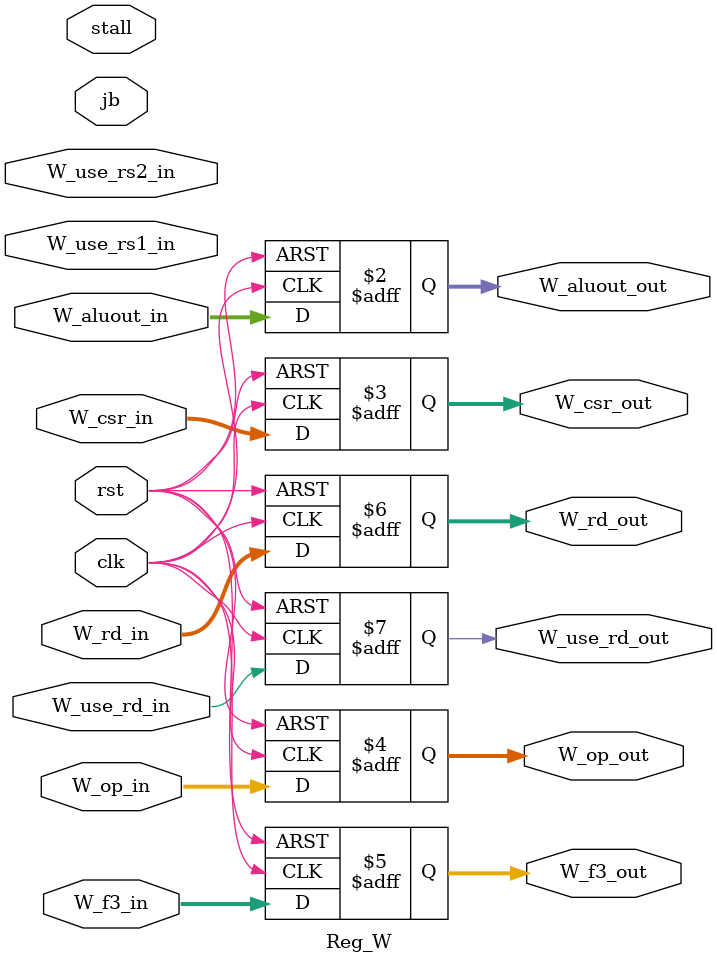
<source format=sv>
module Reg_W (
    input logic clk,
    input logic rst,
    input logic stall,
    input logic jb,
    input logic [31:0] W_aluout_in,
    input logic [31:0] W_csr_in,

    input logic [4:0] W_op_in,
    input logic [2:0] W_f3_in,
    input logic [4:0] W_rd_in,

    input logic W_use_rs1_in,
    input logic W_use_rs2_in,
    input logic W_use_rd_in,    

    output logic [31:0] W_aluout_out,
    output logic [31:0] W_csr_out,

    output logic [4:0] W_op_out,
    output logic [2:0] W_f3_out,
    output logic [4:0] W_rd_out,

    //output logic W_use_rs1_out,
    //output logic W_use_rs2_out,
    output logic W_use_rd_out    
);

    always_ff @(posedge clk or posedge rst) begin
        if(rst) begin
            W_aluout_out <= 32'b0;
            W_csr_out <= 32'b0;
            
            W_op_out <= 5'd0;
            W_f3_out <= 3'd0;
            W_rd_out <= 5'd0;

            //W_use_rs1_out <= 1'd0; //****
            //W_use_rs2_out <= 1'd0;
            W_use_rd_out  <= 1'd0;
        end
        else begin
            W_aluout_out <= W_aluout_in;
            W_csr_out <= W_csr_in;

            W_op_out <= W_op_in;
            W_f3_out <= W_f3_in;
            W_rd_out <= W_rd_in;

            //W_use_rs1_out <= W_use_rs1_in; //****
            //W_use_rs2_out <= W_use_rs2_in;
            W_use_rd_out  <= W_use_rd_in;
        end
    end

endmodule
</source>
